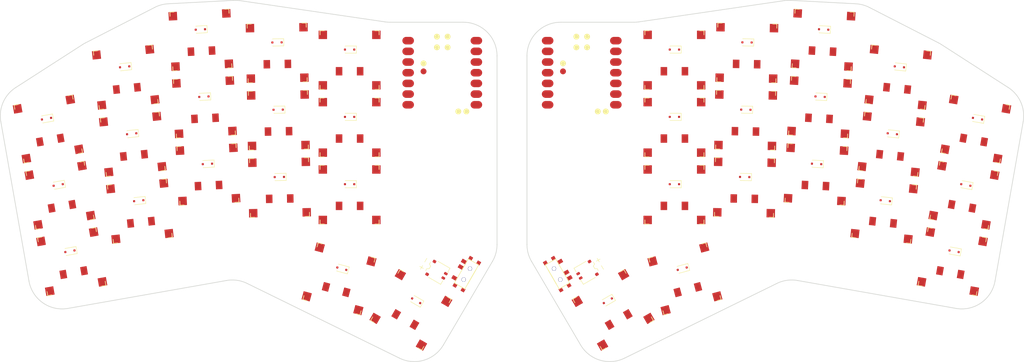
<source format=kicad_pcb>
(kicad_pcb (version 20241229) (generator "pcbnew") (generator_version "9.0")
  (title_block (title "splave-ferris_pg1316s_unrouted") (rev "v1.0.0") (company "Unknown"))
  (layers (0 "F.Cu" signal) (2 "B.Cu" signal) (13 "F.Paste" user) (15 "B.Paste" user) (5 "F.SilkS" user) (7 "B.SilkS" user) (1 "F.Mask" user) (3 "B.Mask" user) (25 "Edge.Cuts" user))
  (net 0 "")
  (net 1 "D5")
  (net 2 "pinky_bottom")
  (net 3 "pinky_home")
  (net 4 "pinky_top")
  (net 5 "D3")
  (net 6 "ring_bottom")
  (net 7 "ring_home")
  (net 8 "ring_top")
  (net 9 "D1")
  (net 10 "middle_bottom")
  (net 11 "middle_home")
  (net 12 "middle_top")
  (net 13 "D8")
  (net 14 "index_bottom")
  (net 15 "index_home")
  (net 16 "index_top")
  (net 17 "D10")
  (net 18 "inner_bottom")
  (net 19 "inner_home")
  (net 20 "inner_top")
  (net 21 "near_fan")
  (net 22 "far_fan")
  (net 23 "mirror_pinky_bottom")
  (net 24 "mirror_pinky_home")
  (net 25 "mirror_pinky_top")
  (net 26 "mirror_ring_bottom")
  (net 27 "mirror_ring_home")
  (net 28 "mirror_ring_top")
  (net 29 "D9")
  (net 30 "mirror_middle_bottom")
  (net 31 "mirror_middle_home")
  (net 32 "mirror_middle_top")
  (net 33 "D2")
  (net 34 "mirror_index_bottom")
  (net 35 "mirror_index_home")
  (net 36 "mirror_index_top")
  (net 37 "mirror_inner_bottom")
  (net 38 "mirror_inner_home")
  (net 39 "mirror_inner_top")
  (net 40 "mirror_near_fan")
  (net 41 "mirror_far_fan")
  (net 42 "D4")
  (net 43 "D0")
  (net 44 "D6")
  (net 45 "D7")
  (net 46 "RAW3V3")
  (net 47 "RAW5V")
  (net 48 "GND")
  (net 49 "BAT")
  (net 50 "BAT_P")
  (footprint "E73:SPDT_C128955" (layer "F.Cu") (at 200.357478 146.648871 -120)
    (property "Reference" "T1" (hide yes))
    (property "Value" "" (hide yes))
    (pad "" smd rect (at -3.7 -1.1 240) (size 0.9 0.9) (layers "F.Cu" "F.Mask" "F.Paste"))
    (pad "" smd rect (at -3.7 1.1 240) (size 0.9 0.9) (layers "F.Cu" "F.Mask" "F.Paste"))
    (pad "" np_thru_hole circle (at -1.5 0) (size 1 1) (drill 0.9) (layers "*.Cu" "*.Mask"))
    (pad "" np_thru_hole circle (at 1.5 0) (size 1 1) (drill 0.9) (layers "*.Cu" "*.Mask"))
    (pad "" smd rect (at 3.7 -1.1 240) (size 0.9 0.9) (layers "F.Cu" "F.Mask" "F.Paste"))
    (pad "" smd rect (at 3.7 1.1 240) (size 0.9 0.9) (layers "F.Cu" "F.Mask" "F.Paste"))
    (pad "1" smd rect (at 2.25 2.075 240) (size 0.9 1.25) (layers "F.Cu" "F.Mask" "F.Paste") (net 50 "BAT_P"))
    (pad "2" smd rect (at -0.75 2.075 240) (size 0.9 1.25) (layers "F.Cu" "F.Mask" "F.Paste") (net 49 "BAT"))
    (pad "3" smd rect (at -2.25 2.075 240) (size 0.9 1.25) (layers "F.Cu" "F.Mask" "F.Paste"))
  )
  (footprint "PG1316S" (layer "F.Cu") (at 302.770463 99.863749 -6)
    (property "Reference" "S23" (hide yes))
    (property "Value" "" (hide yes))
    (pad "1" smd rect (at -2.5 2.65 354) (size 1.55 2) (layers "F.Cu" "F.Mask" "F.Paste") (net 28 "mirror_ring_top"))
    (pad "2" smd rect (at 2.5 2.65 354) (size 1.55 2) (layers "F.Cu" "F.Mask" "F.Paste") (net 1 "D5"))
    (pad "MP" smd rect (at -6.35 -6 354) (size 2 2) (layers "F.Cu" "F.Mask" "F.Paste"))
    (pad "MP" smd rect (at -6.35 6 354) (size 2 2) (layers "F.Cu" "F.Mask" "F.Paste"))
    (pad "MP" smd rect (at 6.35 -6 354) (size 2 2) (layers "F.Cu" "F.Mask" "F.Paste"))
    (pad "MP" smd rect (at 6.35 6 354) (size 2 2) (layers "F.Cu" "F.Mask" "F.Paste"))
  )
  (footprint "PG1316S" (layer "F.Cu") (at 284.92513 90.993667 -3)
    (property "Reference" "S26" (hide yes))
    (property "Value" "" (hide yes))
    (pad "1" smd rect (at -2.5 2.65 357) (size 1.55 2) (layers "F.Cu" "F.Mask" "F.Paste") (net 32 "mirror_middle_top"))
    (pad "2" smd rect (at 2.5 2.65 357) (size 1.55 2) (layers "F.Cu" "F.Mask" "F.Paste") (net 29 "D9"))
    (pad "MP" smd rect (at -6.35 -6 357) (size 2 2) (layers "F.Cu" "F.Mask" "F.Paste"))
    (pad "MP" smd rect (at -6.35 6 357) (size 2 2) (layers "F.Cu" "F.Mask" "F.Paste"))
    (pad "MP" smd rect (at 6.35 -6 357) (size 2 2) (layers "F.Cu" "F.Mask" "F.Paste"))
    (pad "MP" smd rect (at 6.35 6 357) (size 2 2) (layers "F.Cu" "F.Mask" "F.Paste"))
  )
  (footprint "PG1316S" (layer "F.Cu") (at 249.631683 95.775072)
    (property "Reference" "S32" (hide yes))
    (property "Value" "" (hide yes))
    (pad "1" smd rect (at -2.5 2.65) (size 1.55 2) (layers "F.Cu" "F.Mask" "F.Paste") (net 39 "mirror_inner_top"))
    (pad "2" smd rect (at 2.5 2.65) (size 1.55 2) (layers "F.Cu" "F.Mask" "F.Paste") (net 9 "D1"))
    (pad "MP" smd rect (at -6.35 -6) (size 2 2) (layers "F.Cu" "F.Mask" "F.Paste"))
    (pad "MP" smd rect (at -6.35 6) (size 2 2) (layers "F.Cu" "F.Mask" "F.Paste"))
    (pad "MP" smd rect (at 6.35 -6) (size 2 2) (layers "F.Cu" "F.Mask" "F.Paste"))
    (pad "MP" smd rect (at 6.35 6) (size 2 2) (layers "F.Cu" "F.Mask" "F.Paste"))
  )
  (footprint "ceoloide:battery_connector_molex_pico_ezmate_1x02" (layer "F.Cu") (at 228.712768 146.121948 120)
    (property "Reference" "CONN2" (hide yes))
    (property "Value" "")
    (pad "" smd roundrect (at -1.749999 1.9 120) (size 0.7 0.8) (layers "F.Cu" "F.Mask" "F.Paste"))
    (pad "" smd roundrect (at 1.75 1.9 120) (size 0.7 0.8) (layers "F.Cu" "F.Mask" "F.Paste"))
    (pad "1" smd roundrect (at -0.6 -1.875 120) (size 0.6 0.85) (layers "F.Cu" "F.Mask" "F.Paste") (net 48 "GND"))
    (pad "2" smd roundrect (at 0.6 -1.875 120) (size 0.6 0.85) (layers "F.Cu" "F.Mask" "F.Paste") (net 50 "BAT_P"))
  )
  (footprint "PG1316S" (layer "F.Cu") (at 106.568329 143.677386 10)
    (property "Reference" "S1" (hide yes))
    (property "Value" "" (hide yes))
    (pad "1" smd rect (at -2.5 2.65 10) (size 1.55 2) (layers "F.Cu" "F.Mask" "F.Paste") (net 2 "pinky_bottom"))
    (pad "2" smd rect (at 2.5 2.65 10) (size 1.55 2) (layers "F.Cu" "F.Mask" "F.Paste") (net 1 "D5"))
    (pad "MP" smd rect (at -6.35 -6 10) (size 2 2) (layers "F.Cu" "F.Mask" "F.Paste"))
    (pad "MP" smd rect (at -6.35 6 10) (size 2 2) (layers "F.Cu" "F.Mask" "F.Paste"))
    (pad "MP" smd rect (at 6.35 -6 10) (size 2 2) (layers "F.Cu" "F.Mask" "F.Paste"))
    (pad "MP" smd rect (at 6.35 6 10) (size 2 2) (layers "F.Cu" "F.Mask" "F.Paste"))
  )
  (footprint "D_SOD-323F" (layer "F.Cu") (at 316.023379 141.215367 170)
    (property "Reference" "D18" (hide yes))
    (property "Value" "")
    (pad "1" smd roundrect (at -1.1 0 170) (size 0.5 0.5) (layers "F.Cu" "F.Mask" "F.Paste") (net 42 "D4"))
    (pad "2" smd roundrect (at 1.1 0 170) (size 0.5 0.5) (layers "F.Cu" "F.Mask" "F.Paste") (net 23 "mirror_pinky_bottom"))
  )
  (footprint "PG1316S" (layer "F.Cu") (at 235.078794 155.148227 30)
    (property "Reference" "S34" (hide yes))
    (property "Value" "" (hide yes))
    (pad "1" smd rect (at -2.5 2.649999 30) (size 1.55 2) (layers "F.Cu" "F.Mask" "F.Paste") (net 41 "mirror_far_fan"))
    (pad "2" smd rect (at 2.500001 2.65 30) (size 1.55 2) (layers "F.Cu" "F.Mask" "F.Paste") (net 9 "D1"))
    (pad "MP" smd rect (at -6.35 -5.999999 30) (size 2 2) (layers "F.Cu" "F.Mask" "F.Paste"))
    (pad "MP" smd rect (at -6.35 6 30) (size 2 2) (layers "F.Cu" "F.Mask" "F.Paste"))
    (pad "MP" smd rect (at 6.35 -6 30) (size 2 2) (layers "F.Cu" "F.Mask" "F.Paste"))
    (pad "MP" smd rect (at 6.35 5.999999 30) (size 2 2) (layers "F.Cu" "F.Mask" "F.Paste"))
  )
  (footprint "D_SOD-323F" (layer "F.Cu") (at 119.125803 97.377444 -174)
    (property "Reference" "D6" (hide yes))
    (property "Value" "")
    (pad "1" smd roundrect (at -1.1 0 186) (size 0.5 0.5) (layers "F.Cu" "F.Mask" "F.Paste") (net 43 "D0"))
    (pad "2" smd roundrect (at 1.1 0 186) (size 0.5 0.5) (layers "F.Cu" "F.Mask" "F.Paste") (net 8 "ring_top"))
  )
  (footprint "D_SOD-323F" (layer "F.Cu") (at 100.577467 109.701519 -170)
    (property "Reference" "D3" (hide yes))
    (property "Value" "")
    (pad "1" smd roundrect (at -1.1 0 190) (size 0.5 0.5) (layers "F.Cu" "F.Mask" "F.Paste") (net 43 "D0"))
    (pad "2" smd roundrect (at 1.1 0 190) (size 0.5 0.5) (layers "F.Cu" "F.Mask" "F.Paste") (net 4 "pinky_top"))
  )
  (footprint "D_SOD-323F" (layer "F.Cu") (at 301.359329 113.289794 174)
    (property "Reference" "D22" (hide yes))
    (property "Value" "")
    (pad "1" smd roundrect (at -1.1 0 174) (size 0.5 0.5) (layers "F.Cu" "F.Mask" "F.Paste") (net 13 "D8"))
    (pad "2" smd roundrect (at 1.1 0 174) (size 0.5 0.5) (layers "F.Cu" "F.Mask" "F.Paste") (net 27 "mirror_ring_home"))
  )
  (footprint "D_SOD-323F" (layer "F.Cu") (at 266.307691 123.565467 179)
    (property "Reference" "D27" (hide yes))
    (property "Value" "")
    (pad "1" smd roundrect (at -1.1 0 179) (size 0.5 0.5) (layers "F.Cu" "F.Mask" "F.Paste") (net 42 "D4"))
    (pad "2" smd roundrect (at 1.1 0 179) (size 0.5 0.5) (layers "F.Cu" "F.Mask" "F.Paste") (net 34 "mirror_index_bottom"))
  )
  (footprint "PG1316S" (layer "F.Cu") (at 266.543298 110.067523 -1)
    (property "Reference" "S28" (hide yes))
    (property "Value" "" (hide yes))
    (pad "1" smd rect (at -2.5 2.65 359) (size 1.55 2) (layers "F.Cu" "F.Mask" "F.Paste") (net 35 "mirror_index_home"))
    (pad "2" smd rect (at 2.5 2.65 359) (size 1.55 2) (layers "F.Cu" "F.Mask" "F.Paste") (net 33 "D2"))
    (pad "MP" smd rect (at -6.35 -6 359) (size 2 2) (layers "F.Cu" "F.Mask" "F.Paste"))
    (pad "MP" smd rect (at -6.35 6 359) (size 2 2) (layers "F.Cu" "F.Mask" "F.Paste"))
    (pad "MP" smd rect (at 6.35 -6 359) (size 2 2) (layers "F.Cu" "F.Mask" "F.Paste"))
    (pad "MP" smd rect (at 6.35 6 359) (size 2 2) (layers "F.Cu" "F.Mask" "F.Paste"))
  )
  (footprint "PG1316S" (layer "F.Cu") (at 155.893528 126.065086 1)
    (property "Reference" "S10" (hide yes))
    (property "Value" "" (hide yes))
    (pad "1" smd rect (at -2.5 2.65 1) (size 1.55 2) (layers "F.Cu" "F.Mask" "F.Paste") (net 14 "index_bottom"))
    (pad "2" smd rect (at 2.5 2.65 1) (size 1.55 2) (layers "F.Cu" "F.Mask" "F.Paste") (net 13 "D8"))
    (pad "MP" smd rect (at -6.35 -6 1) (size 2 2) (layers "F.Cu" "F.Mask" "F.Paste"))
    (pad "MP" smd rect (at -6.35 6 1) (size 2 2) (layers "F.Cu" "F.Mask" "F.Paste"))
    (pad "MP" smd rect (at 6.35 -6 1) (size 2 2) (layers "F.Cu" "F.Mask" "F.Paste"))
    (pad "MP" smd rect (at 6.35 6 1) (size 2 2) (layers "F.Cu" "F.Mask" "F.Paste"))
  )
  (footprint "D_SOD-323F" (layer "F.Cu") (at 138.776368 120.453238 -177)
    (property "Reference" "D7" (hide yes))
    (property "Value" "")
    (pad "1" smd roundrect (at -1.1 0 183) (size 0.5 0.5) (layers "F.Cu" "F.Mask" "F.Paste") (net 42 "D4"))
    (pad "2" smd roundrect (at 1.1 0 183) (size 0.5 0.5) (layers "F.Cu" "F.Mask" "F.Paste") (net 10 "middle_bottom"))
  )
  (footprint "xiao_smd" (layer "F.Cu") (at 194.525904 98.775072)
    (property "Reference" "MCU1" (hide yes))
    (property "Value" "")
    (pad "" smd circle (at -4.445 -2.222 180) (size 1.397 1.397) (layers "F.SilkS"))
    (pad "" smd circle (at -1.27 -8.572 90) (size 1.397 1.397) (layers "F.SilkS"))
    (pad "" smd circle (at -1.27 -6.032 90) (size 1.397 1.397) (layers "F.SilkS"))
    (pad "" smd circle (at 1.27 -8.572 90) (size 1.397 1.397) (layers "F.SilkS"))
    (pad "" smd circle (at 1.27 -6.032 90) (size 1.397 1.397) (layers "F.SilkS"))
    (pad "" smd circle (at 3.81 9.208 180) (size 1.397 1.397) (layers "F.SilkS"))
    (pad "" smd circle (at 5.715 9.208 180) (size 1.397 1.397) (layers "F.SilkS"))
    (pad "1" smd oval (at -7.62 -7.62 180) (size 2.75 1.8) (drill (offset 0.475 0)) (layers "F.Cu" "F.Mask" "F.Paste") (net 43 "D0"))
    (pad "2" smd oval (at -7.62 -5.08 180) (size 2.75 1.8) (drill (offset 0.475 0)) (layers "F.Cu" "F.Mask" "F.Paste") (net 9 "D1"))
    (pad "3" smd oval (at -7.62 -2.54 180) (size 2.75 1.8) (drill (offset 0.475 0)) (layers "F.Cu" "F.Mask" "F.Paste") (net 33 "D2"))
    (pad "4" smd oval (at -7.62 0 180) (size 2.75 1.8) (drill (offset 0.475 0)) (layers "F.Cu" "F.Mask" "F.Paste") (net 5 "D3"))
    (pad "5" smd oval (at -7.62 2.54 180) (size 2.75 1.8) (drill (offset 0.475 0)) (layers "F.Cu" "F.Mask" "F.Paste") (net 42 "D4"))
    (pad "6" smd oval (at -7.62 5.08 180) (size 2.75 1.8) (drill (offset 0.475 0)) (layers "F.Cu" "F.Mask" "F.Paste") (net 1 "D5"))
    (pad "7" smd oval (at -7.62 7.62 180) (size 2.75 1.8) (drill (offset 0.475 0)) (layers "F.Cu" "F.Mask" "F.Paste") (net 44 "D6"))
    (pad "8" smd oval (at 7.62 7.62) (size 2.75 1.8) (drill (offset 0.475 0)) (layers "F.Cu" "F.Mask" "F.Paste") (net 45 "D7"))
    (pad "9" smd oval (at 7.62 5.08) (size 2.75 1.8) (drill (offset 0.475 0)) (layers "F.Cu" "F.Mask" "F.Paste") (net 13 "D8"))
    (pad "10" smd oval (at 7.62 2.54) (size 2.75 1.8) (drill (offset 0.475 0)) (layers "F.Cu" "F.Mask" "F.Paste") (net 29 "D9"))
    (pad "11" smd oval (at 7.62 0) (size 2.75 1.8) (drill (offset 0.475 0)) (layers "F.Cu" "F.Mask" "F.Paste") (net 17 "D10"))
    (pad "12" smd oval (at 7.62 -2.54) (size 2.75 1.8) (drill (offset 0.475 0)) (layers "F.Cu" "F.Mask" "F.Paste") (net 46 "RAW3V3"))
    (pad "13" smd oval (at 7.62 -5.08) (size 2.75 1.8) (drill (offset 0.475 0)) (layers "F.Cu" "F.Mask" "F.Paste") (net 48 "GND"))
    (pad "14" smd oval (at 7.62 -7.62) (size 2.75 1.8) (drill (offset 0.475 0)) (layers "F.Cu" "F.Mask" "F.Paste") (net 47 "RAW5V"))
    (pad "19" smd circle (at -4.445 -0.317 180) (size 1.397 1.397) (layers "F.Cu" "F.Mask" "F.Paste") (net 49 "BAT"))
  )
  (footprint "PG1316S" (layer "F.Cu") (at 301.098008 115.776099 -6)
    (property "Reference" "S22" (hide yes))
    (property "Value" "" (hide yes))
    (pad "1" smd rect (at -2.5 2.65 354) (size 1.55 2) (layers "F.Cu" "F.Mask" "F.Paste") (net 27 "mirror_ring_home"))
    (pad "2" smd rect (at 2.5 2.65 354) (size 1.55 2) (layers "F.Cu" "F.Mask" "F.Paste") (net 1 "D5"))
    (pad "MP" smd rect (at -6.35 -6 354) (size 2 2) (layers "F.Cu" "F.Mask" "F.Paste"))
    (pad "MP" smd rect (at -6.35 6 354) (size 2 2) (layers "F.Cu" "F.Mask" "F.Paste"))
    (pad "MP" smd rect (at 6.35 -6 354) (size 2 2) (layers "F.Cu" "F.Mask" "F.Paste"))
    (pad "MP" smd rect (at 6.35 6 354) (size 2 2) (layers "F.Cu" "F.Mask" "F.Paste"))
  )
  (footprint "D_SOD-323F" (layer "F.Cu") (at 299.686874 129.202145 174)
    (property "Reference" "D21" (hide yes))
    (property "Value" "")
    (pad "1" smd roundrect (at -1.1 0 174) (size 0.5 0.5) (layers "F.Cu" "F.Mask" "F.Paste") (net 42 "D4"))
    (pad "2" smd roundrect (at 1.1 0 174) (size 0.5 0.5) (layers "F.Cu" "F.Mask" "F.Paste") (net 26 "mirror_ring_bottom"))
  )
  (footprint "ceoloide:battery_connector_molex_pico_ezmate_1x02" (layer "F.Cu") (at 193.444819 146.121948 -120)
    (property "Reference" "CONN1" (hide yes))
    (property "Value" "")
    (pad "" smd roundrect (at -1.75 1.9 240) (size 0.7 0.8) (layers "F.Cu" "F.Mask" "F.Paste"))
    (pad "" smd roundrect (at 1.749999 1.9 240) (size 0.7 0.8) (layers "F.Cu" "F.Mask" "F.Paste"))
    (pad "1" smd roundrect (at -0.6 -1.875 240) (size 0.6 0.85) (layers "F.Cu" "F.Mask" "F.Paste") (net 48 "GND"))
    (pad "2" smd roundrect (at 0.6 -1.875 240) (size 0.6 0.85) (layers "F.Cu" "F.Mask" "F.Paste") (net 50 "BAT_P"))
  )
  (footprint "PG1316S" (layer "F.Cu") (at 266.822537 94.06996 -1)
    (property "Reference" "S29" (hide yes))
    (property "Value" "" (hide yes))
    (pad "1" smd rect (at -2.5 2.65 359) (size 1.55 2) (layers "F.Cu" "F.Mask" "F.Paste") (net 36 "mirror_index_top"))
    (pad "2" smd rect (at 2.5 2.65 359) (size 1.55 2) (layers "F.Cu" "F.Mask" "F.Paste") (net 33 "D2"))
    (pad "MP" smd rect (at -6.35 -6 359) (size 2 2) (layers "F.Cu" "F.Mask" "F.Paste"))
    (pad "MP" smd rect (at -6.35 6 359) (size 2 2) (layers "F.Cu" "F.Mask" "F.Paste"))
    (pad "MP" smd rect (at 6.35 -6 359) (size 2 2) (layers "F.Cu" "F.Mask" "F.Paste"))
    (pad "MP" smd rect (at 6.35 6 359) (size 2 2) (layers "F.Cu" "F.Mask" "F.Paste"))
  )
  (footprint "D_SOD-323F" (layer "F.Cu") (at 249.631683 109.275072 180)
    (property "Reference" "D31" (hide yes))
    (property "Value" "")
    (pad "1" smd roundrect (at -1.1 0 180) (size 0.5 0.5) (layers "F.Cu" "F.Mask" "F.Paste") (net 13 "D8"))
    (pad "2" smd roundrect (at 1.1 0 180) (size 0.5 0.5) (layers "F.Cu" "F.Mask" "F.Paste") (net 38 "mirror_inner_home"))
  )
  (footprint "PG1316S" (layer "F.Cu") (at 172.525904 111.775072)
    (property "Reference" "S14" (hide yes))
    (property "Value" "" (hide yes))
    (pad "1" smd rect (at -2.5 2.65) (size 1.55 2) (layers "F.Cu" "F.Mask" "F.Paste") (net 19 "inner_home"))
    (pad "2" smd rect (at 2.5 2.65) (size 1.55 2) (layers "F.Cu" "F.Mask" "F.Paste") (net 17 "D10"))
    (pad "MP" smd rect (at -6.35 -6) (size 2 2) (layers "F.Cu" "F.Mask" "F.Paste"))
    (pad "MP" smd rect (at -6.35 6) (size 2 2) (layers "F.Cu" "F.Mask" "F.Paste"))
    (pad "MP" smd rect (at 6.35 -6) (size 2 2) (layers "F.Cu" "F.Mask" "F.Paste"))
    (pad "MP" smd rect (at 6.35 6) (size 2 2) (layers "F.Cu" "F.Mask" "F.Paste"))
  )
  (footprint "PG1316S" (layer "F.Cu") (at 187.078794 155.148227 -30)
    (property "Reference" "S17" (hide yes))
    (property "Value" "" (hide yes))
    (pad "1" smd rect (at -2.500001 2.65 330) (size 1.55 2) (layers "F.Cu" "F.Mask" "F.Paste") (net 22 "far_fan"))
    (pad "2" smd rect (at 2.5 2.649999 330) (size 1.55 2) (layers "F.Cu" "F.Mask" "F.Paste") (net 17 "D10"))
    (pad "MP" smd rect (at -6.35 -6 330) (size 2 2) (layers "F.Cu" "F.Mask" "F.Paste"))
    (pad "MP" smd rect (at -6.35 5.999999 330) (size 2 2) (layers "F.Cu" "F.Mask" "F.Paste"))
    (pad "MP" smd rect (at 6.35 -5.999999 330) (size 2 2) (layers "F.Cu" "F.Mask" "F.Paste"))
    (pad "MP" smd rect (at 6.35 6 330) (size 2 2) (layers "F.Cu" "F.Mask" "F.Paste"))
  )
  (footprint "PG1316S" (layer "F.Cu") (at 155.335051 94.06996 1)
    (property "Reference" "S12" (hide yes))
    (property "Value" "" (hide yes))
    (pad "1" smd rect (at -2.5 2.65 1) (size 1.55 2) (layers "F.Cu" "F.Mask" "F.Paste") (net 16 "index_top"))
    (pad "2" smd rect (at 2.5 2.65 1) (size 1.55 2) (layers "F.Cu" "F.Mask" "F.Paste") (net 13 "D8"))
    (pad "MP" smd rect (at -6.35 -6 1) (size 2 2) (layers "F.Cu" "F.Mask" "F.Paste"))
    (pad "MP" smd rect (at -6.35 6 1) (size 2 2) (layers "F.Cu" "F.Mask" "F.Paste"))
    (pad "MP" smd rect (at 6.35 -6 1) (size 2 2) (layers "F.Cu" "F.Mask" "F.Paste"))
    (pad "MP" smd rect (at 6.35 6 1) (size 2 2) (layers "F.Cu" "F.Mask" "F.Paste"))
  )
  (footprint "PG1316S" (layer "F.Cu") (at 249.631683 127.775072)
    (property "Reference" "S30" (hide yes))
    (property "Value" "" (hide yes))
    (pad "1" smd rect (at -2.5 2.65) (size 1.55 2) (layers "F.Cu" "F.Mask" "F.Paste") (net 37 "mirror_inner_bottom"))
    (pad "2" smd rect (at 2.5 2.65) (size 1.55 2) (layers "F.Cu" "F.Mask" "F.Paste") (net 9 "D1"))
    (pad "MP" smd rect (at -6.35 -6) (size 2 2) (layers "F.Cu" "F.Mask" "F.Paste"))
    (pad "MP" smd rect (at -6.35 6) (size 2 2) (layers "F.Cu" "F.Mask" "F.Paste"))
    (pad "MP" smd rect (at 6.35 -6) (size 2 2) (layers "F.Cu" "F.Mask" "F.Paste"))
    (pad "MP" smd rect (at 6.35 6) (size 2 2) (layers "F.Cu" "F.Mask" "F.Paste"))
  )
  (footprint "D_SOD-323F" (layer "F.Cu") (at 188.328794 152.983164 150)
    (property "Reference" "D17" (hide yes))
    (property "Value" "")
    (pad "1" smd roundrect (at -1.1 0 150) (size 0.5 0.5) (layers "F.Cu" "F.Mask" "F.Paste") (net 29 "D9"))
    (pad "2" smd roundrect (at 1.1 0 150) (size 0.5 0.5) (layers "F.Cu" "F.Mask" "F.Paste") (net 22 "far_fan"))
  )
  (footprint "D_SOD-323F" (layer "F.Cu") (at 249.631683 125.275072 180)
    (property "Reference" "D30" (hide yes))
    (property "Value" "")
    (pad "1" smd roundrect (at -1.1 0 180) (size 0.5 0.5) (layers "F.Cu" "F.Mask" "F.Paste") (net 42 "D4"))
    (pad "2" smd roundrect (at 1.1 0 180) (size 0.5 0.5) (layers "F.Cu" "F.Mask" "F.Paste") (net 37 "mirror_inner_bottom"))
  )
  (footprint "PG1316S" (layer "F.Cu") (at 138.907208 122.949812 3)
    (property "Reference" "S7" (hide yes))
    (property "Value" "" (hide yes))
    (pad "1" smd rect (at -2.5 2.65 3) (size 1.55 2) (layers "F.Cu" "F.Mask" "F.Paste") (net 10 "middle_bottom"))
    (pad "2" smd rect (at 2.5 2.65 3) (size 1.55 2) (layers "F.Cu" "F.Mask" "F.Paste") (net 9 "D1"))
    (pad "MP" smd rect (at -6.35 -6 3) (size 2 2) (layers "F.Cu" "F.Mask" "F.Paste"))
    (pad "MP" smd rect (at -6.35 6 3) (size 2 2) (layers "F.Cu" "F.Mask" "F.Paste"))
    (pad "MP" smd rect (at 6.35 -6 3) (size 2 2) (layers "F.Cu" "F.Mask" "F.Paste"))
    (pad "MP" smd rect (at 6.35 6 3) (size 2 2) (layers "F.Cu" "F.Mask" "F.Paste"))
  )
  (footprint "D_SOD-323F" (layer "F.Cu") (at 251.484635 145.360257 -165)
    (property "Reference" "D33" (hide yes))
    (property "Value" "")
    (pad "1" smd roundrect (at -1.1 0 195) (size 0.5 0.5) (layers "F.Cu" "F.Mask" "F.Paste") (net 43 "D0"))
    (pad "2" smd roundrect (at 1.1 0 195) (size 0.5 0.5) (layers "F.Cu" "F.Mask" "F.Paste") (net 40 "mirror_near_fan"))
  )
  (footprint "D_SOD-323F" (layer "F.Cu") (at 155.849897 123.565467 -179)
    (property "Reference" "D10" (hide yes))
    (property "Value" "")
    (pad "1" smd roundrect (at -1.1 0 181) (size 0.5 0.5) (layers "F.Cu" "F.Mask" "F.Paste") (net 42 "D4"))
    (pad "2" smd roundrect (at 1.1 0 181) (size 0.5 0.5) (layers "F.Cu" "F.Mask" "F.Paste") (net 14 "index_bottom"))
  )
  (footprint "D_SOD-323F" (layer "F.Cu") (at 106.134208 141.215367 -170)
    (property "Reference" "D1" (hide yes))
    (property "Value" "")
    (pad "1" smd roundrect (at -1.1 0 190) (size 0.5 0.5) (layers "F.Cu" "F.Mask" "F.Paste") (net 42 "D4"))
    (pad "2" smd roundrect (at 1.1 0 190) (size 0.5 0.5) (layers "F.Cu" "F.Mask" "F.Paste") (net 2 "pinky_bottom"))
  )
  (footprint "D_SOD-323F" (layer "F.Cu") (at 170.672952 145.360257 165)
    (property "Reference" "D16" (hide yes))
    (property "Value" "")
    (pad "1" smd roundrect (at -1.1 0 165) (size 0.5 0.5) (layers "F.Cu" "F.Mask" "F.Paste") (net 29 "D9"))
    (pad "2" smd roundrect (at 1.1 0 165) (size 0.5 0.5) (layers "F.Cu" "F.Mask" "F.Paste") (net 21 "near_fan"))
  )
  (footprint "D_SOD-323F" (layer "F.Cu") (at 172.525904 125.275072 180)
    (property "Reference" "D13" (hide yes))
    (property "Value" "")
    (pad "1" smd roundrect (at -1.1 0 180) (size 0.5 0.5) (layers "F.Cu" "F.Mask" "F.Paste") (net 42 "D4"))
    (pad "2" smd roundrect (at 1.1 0 180) (size 0.5 0.5) (layers "F.Cu" "F.Mask" "F.Paste") (net 18 "inner_bottom"))
  )
  (footprint "PG1316S" (layer "F.Cu") (at 249.631683 111.775072)
    (property "Reference" "S31" (hide yes))
    (property "Value" "" (hide yes))
    (pad "1" smd rect (at -2.5 2.65) (size 1.55 2) (layers "F.Cu" "F.Mask" "F.Paste") (net 38 "mirror_inner_home"))
    (pad "2" smd rect (at 2.5 2.65) (size 1.55 2) (layers "F.Cu" "F.Mask" "F.Paste") (net 9 "D1"))
    (pad "MP" smd rect (at -6.35 -6) (size 2 2) (layers "F.Cu" "F.Mask" "F.Paste"))
    (pad "MP" smd rect (at -6.35 6) (size 2 2) (layers "F.Cu" "F.Mask" "F.Paste"))
    (pad "MP" smd rect (at 6.35 -6) (size 2 2) (layers "F.Cu" "F.Mask" "F.Paste"))
    (pad "MP" smd rect (at 6.35 6) (size 2 2) (layers "F.Cu" "F.Mask" "F.Paste"))
  )
  (footprint "D_SOD-323F" (layer "F.Cu") (at 266.866168 91.570341 179)
    (property "Reference" "D29" (hide yes))
    (property "Value" "")
    (pad "1" smd roundrect (at -1.1 0 179) (size 0.5 0.5) (layers "F.Cu" "F.Mask" "F.Paste") (net 17 "D10"))
    (pad "2" smd roundrect (at 1.1 0 179) (size 0.5 0.5) (layers "F.Cu" "F.Mask" "F.Paste") (net 36 "mirror_index_top"))
  )
  (footprint "PG1316S" (layer "F.Cu") (at 121.059579 115.776099 6)
    (property "Reference" "S5" (hide yes))
    (property "Value" "" (hide yes))
    (pad "1" smd rect (at -2.5 2.65 6) (size 1.55 2) (layers "F.Cu" "F.Mask" "F.Paste") (net 7 "ring_home"))
    (pad "2" smd rect (at 2.5 2.65 6) (size 1.55 2) (layers "F.Cu" "F.Mask" "F.Paste") (net 5 "D3"))
    (pad "MP" smd rect (at -6.35 -6 6) (size 2 2) (layers "F.Cu" "F.Mask" "F.Paste"))
    (pad "MP" smd rect (at -6.35 6 6) (size 2 2) (layers "F.Cu" "F.Mask" "F.Paste"))
    (pad "MP" smd rect (at 6.35 -6 6) (size 2 2) (layers "F.Cu" "F.Mask" "F.Paste"))
    (pad "MP" smd rect (at 6.35 6 6) (size 2 2) (layers "F.Cu" "F.Mask" "F.Paste"))
  )
  (footprint "PG1316S" (layer "F.Cu") (at 283.25038 122.949812 -3)
    (property "Reference" "S24" (hide yes))
    (property "Value" "" (hide yes))
    (pad "1" smd rect (at -2.5 2.65 357) (size 1.55 2) (layers "F.Cu" "F.Mask" "F.Paste") (net 30 "mirror_middle_bottom"))
    (pad "2" smd rect (at 2.5 2.65 357) (size 1.55 2) (layers "F.Cu" "F.Mask" "F.Paste") (net 29 "D9"))
    (pad "MP" smd rect (at -6.35 -6 357) (size 2 2) (layers "F.Cu" "F.Mask" "F.Paste"))
    (pad "MP" smd rect (at -6.35 6 357) (size 2 2) (layers "F.Cu" "F.Mask" "F.Paste"))
    (pad "MP" smd rect (at 6.35 -6 357) (size 2 2) (layers "F.Cu" "F.Mask" "F.Paste"))
    (pad "MP" smd rect (at 6.35 6 357) (size 2 2) (layers "F.Cu" "F.Mask" "F.Paste"))
  )
  (footprint "D_SOD-323F" (layer "F.Cu") (at 321.580121 109.701519 170)
    (property "Reference" "D20" (hide yes))
    (property "Value" "")
    (pad "1" smd roundrect (at -1.1 0 170) (size 0.5 0.5) (layers "F.Cu" "F.Mask" "F.Paste") (net 17 "D10"))
    (pad "2" smd roundrect (at 1.1 0 170) (size 0.5 0.5) (layers "F.Cu" "F.Mask" "F.Paste") (net 25 "mirror_pinky_top"))
  )
  (footprint "PG1316S" (layer "F.Cu") (at 315.589259 143.677386 -10)
    (property "Reference" "S18" (hide yes))
    (property "Value" "" (hide yes))
    (pad "1" smd rect (at -2.5 2.65 350) (size 1.55 2) (layers "F.Cu" "F.Mask" "F.Paste") (net 23 "mirror_pinky_bottom"))
    (pad "2" smd rect (at 2.5 2.65 350) (size 1.55 2) (layers "F.Cu" "F.Mask" "F.Paste") (net 5 "D3"))
    (pad "MP" smd rect (at -6.35 -6 350) (size 2 2) (layers "F.Cu" "F.Mask" "F.Paste"))
    (pad "MP" smd rect (at -6.35 6 350) (size 2 2) (layers "F.Cu" "F.Mask" "F.Paste"))
    (pad "MP" smd rect (at 6.35 -6 350) (size 2 2) (layers "F.Cu" "F.Mask" "F.Paste"))
    (pad "MP" smd rect (at 6.35 6 350) (size 2 2) (layers "F.Cu" "F.Mask" "F.Paste"))
  )
  (footprint "D_SOD-323F" (layer "F.Cu") (at 249.631683 93.275072 180)
    (property "Reference" "D32" (hide yes))
    (property "Value" "")
    (pad "1" smd roundrect (at -1.1 0 180) (size 0.5 0.5) (layers "F.Cu" "F.Mask" "F.Paste") (net 17 "D10"))
    (pad "2" smd roundrect (at 1.1 0 180) (size 0.5 0.5) (layers "F.Cu" "F.Mask" "F.Paste") (net 39 "mirror_inner_top"))
  )
  (footprint "PG1316S" (layer "F.Cu") (at 155.614289 110.067523 1)
    (property "Reference" "S11" (hide yes))
    (property "Value" "" (hide yes))
    (pad "1" smd rect (at -2.5 2.65 1) (size 1.55 2) (layers "F.Cu" "F.Mask" "F.Paste") (net 15 "index_home"))
    (pad "2" smd rect (at 2.5 2.65 1) (size 1.55 2) (layers "F.Cu" "F.Mask" "F.Paste") (net 13 "D8"))
    (pad "MP" smd rect (at -6.35 -6 1) (size 2 2) (layers "F.Cu" "F.Mask" "F.Paste"))
    (pad "MP" smd rect (at -6.35 6 1) (size 2 2) (layers "F.Cu" "F.Mask" "F.Paste"))
    (pad "MP" smd rect (at 6.35 -6 1) (size 2 2) (layers "F.Cu" "F.Mask" "F.Paste"))
    (pad "MP" smd rect (at 6.35 6 1) (size 2 2) (layers "F.Cu" "F.Mask" "F.Paste"))
  )
  (footprint "xiao_smd" (layer "F.Cu") (at 227.631683 98.775072)
    (property "Reference" "MCU2" (hide yes))
    (property "Value" "")
    (pad "" smd circle (at -4.445 -2.222 180) (size 1.397 1.397) (layers "F.SilkS"))
    (pad "" smd circle (at -1.27 -8.572 90) (size 1.397 1.397) (layers "F.SilkS"))
    (pad "" smd circle (at -1.27 -6.032 90) (size 1.397 1.397) (layers "F.SilkS"))
    (pad "" smd circle (at 1.27 -8.572 90) (size 1.397 1.397) (layers "F.SilkS"))
    (pad "" smd circle (at 1.27 -6.032 90) (size 1.397 1.397) (layers "F.SilkS"))
    (pad "" smd circle (at 3.81 9.208 180) (size 1.397 1.397) (layers "F.SilkS"))
    (pad "" smd circle (at 5.715 9.208 180) (size 1.397 1.397) (layers "F.SilkS"))
    (pad "1" smd oval (at -7.62 -7.62 180) (size 2.75 1.8) (drill (offset 0.475 0)) (layers "F.Cu" "F.Mask" "F.Paste") (net 43 "D0"))
    (pad "2" smd oval (at -7.62 -5.08 180) (size 2.75 1.8) (drill (offset 0.475 0)) (layers "F.Cu" "F.Mask" "F.Paste") (net 9 "D1"))
    (pad "3" smd oval (at -7.62 -2.54 180) (size 2.75 1.8) (drill (offset 0.475 0)) (layers "F.Cu" "F.Mask" "F.Paste") (net 33 "D2"))
    (pad "4" smd oval (at -7.62 0 180) (size 2.75 1.8) (drill (offset 0.475 0)) (layers "F.Cu" "F.Mask" "F.Paste") (net 5 "D3"))
    (pad "5" smd oval (at -7.62 2.54 180) (size 2.75 1.8) (drill (offset 0.475 0)) (layers "F.Cu" "F.Mask" "F.Paste") (net 42 "D4"))
    (pad "6" smd oval (at -7.62 5.08 180) (size 2.75 1.8) (drill (offset 0.475 0)) (layers "F.Cu" "F.Mask" "F.Paste") (net 1 "D5"))
    (pad "7" smd oval (at -7.62 7.62 180) (size 2.75 1.8) (drill (offset 0.475 0)) (layers "F.Cu" "F.Mask" "F.Paste") (net 44 "D6"))
    (pad "8" smd oval (at 7.62 7.62) (size 2.75 1.8) (drill (offset 0.475 0)) (layers "F.Cu" "F.Mask" "F.Paste") (net 45 "D7"))
    (pad "9" smd oval (at 7.62 5.08) (size 2.75 1.8) (drill (offset 0.475 0)) (layers "F.Cu" "F.Mask" "F.Paste") (net 13 "D8"))
    (pad "10" smd oval (at 7.62 2.54) (size 2.75 1.8) (drill (offset 0.475 0)) (layers "F.Cu" "F.Mask" "F.Paste") (net 29 "D9"))
    (pad "11" smd oval (at 7.62 0) (size 2.75 1.8) (drill (offset 0.475 0)) (layers "F.Cu" "F.Mask" "F.Paste") (net 17 "D10"))
    (pad "12" smd oval (at 7.62 -2.54) (size 2.75 1.8) (drill (offset 0.475 0)) (layers "F.Cu" "F.Mask" "F.Paste") (net 46 "RAW3V3"))
    (pad "13" smd oval (at 7.62 -5.08) (size 2.75 1.8) (drill (offset 0.475 0)) (layers "F.Cu" "F.Mask" "F.Paste") (net 48 "GND"))
    (pad "14" smd oval (at 7.62 -7.62) (size 2.75 1.8) (drill (offset 0.475 0)) (layers "F.Cu" "F.Mask" "F.Paste") (net 47 "RAW5V"))
    (pad "19" smd circle (at -4.445 -0.317 180) (size 1.397 1.397) (layers "F.Cu" "F.Mask" "F.Paste") (net 49 "BAT"))
  )
  (footprint "PG1316S" (layer "F.Cu") (at 266.26406 126.065086 -1)
    (property "Reference" "S27" (hide yes))
    (property "Value" "" (hide yes))
    (pad "1" smd rect (at -2.5 2.65 359) (size 1.55 2) (layers "F.Cu" "F.Mask" "F.Paste") (net 34 "mirror_index_bottom"))
    (pad "2" smd rect (at 2.5 2.65 359) (size 1.55 2) (layers "F.Cu" "F.Mask" "F.Paste") (net 33 "D2"))
    (pad "MP" smd rect (at -6.35 -6 359) (size 2 2) (layers "F.Cu" "F.Mask" "F.Paste"))
    (pad "MP" smd rect (at -6.35 6 359) (size 2 2) (layers "F.Cu" "F.Mask" "F.Paste"))
    (pad "MP" smd rect (at 6.35 -6 359) (size 2 2) (layers "F.Cu" "F.Mask" "F.Paste"))
    (pad "MP" smd rect (at 6.35 6 359) (size 2 2) (layers "F.Cu" "F.Mask" "F.Paste"))
  )
  (footprint "D_SOD-323F" (layer "F.Cu") (at 137.101617 88.497093 -177)
    (property "Reference" "D9" (hide yes))
    (property "Value" "")
    (pad "1" smd roundrect (at -1.1 0 183) (size 0.5 0.5) (layers "F.Cu" "F.Mask" "F.Paste") (net 43 "D0"))
    (pad "2" smd roundrect (at 1.1 0 183) (size 0.5 0.5) (layers "F.Cu" "F.Mask" "F.Paste") (net 12 "middle_top"))
  )
  (footprint "PG1316S" (layer "F.Cu") (at 119.387124 99.863749 6)
    (property "Reference" "S6" (hide yes))
    (property "Value" "" (hide yes))
    (pad "1" smd rect (at -2.5 2.65 6) (size 1.55 2) (layers "F.Cu" "F.Mask" "F.Paste") (net 8 "ring_top"))
    (pad "2" smd rect (at 2.5 2.65 6) (size 1.55 2) (layers "F.Cu" "F.Mask" "F.Paste") (net 5 "D3"))
    (pad "MP" smd rect (at -6.35 -6 6) (size 2 2) (layers "F.Cu" "F.Mask" "F.Paste"))
    (pad "MP" smd rect (at -6.35 6 6) (size 2 2) (layers "F.Cu" "F.Mask" "F.Paste"))
    (pad "MP" smd rect (at 6.35 -6 6) (size 2 2) (layers "F.Cu" "F.Mask" "F.Paste"))
    (pad "MP" smd rect (at 6.35 6 6) (size 2 2) (layers "F.Cu" "F.Mask" "F.Paste"))
  )
  (footprint "D_SOD-323F" (layer "F.Cu") (at 318.80175 125.458443 170)
    (property "Reference" "D19" (hide yes))
    (property "Value" "")
    (pad "1" smd roundrect (at -1.1 0 170) (size 0.5 0.5) (layers "F.Cu" "F.Mask" "F.Paste") (net 13 "D8"))
    (pad "2" smd roundrect (at 1.1 0 170) (size 0.5 0.5) (layers "F.Cu" "F.Mask" "F.Paste") (net 24 "mirror_pinky_home"))
  )
  (footprint "PG1316S" (layer "F.Cu") (at 284.087755 106.97174 -3)
    (property "Reference" "S25" (hide yes))
    (property "Value" "" (hide yes))
    (pad "1" smd rect (at -2.5 2.65 357) (size 1.55 2) (layers "F.Cu" "F.Mask" "F.Paste") (net 31 "mirror_middle_home"))
    (pad "2" smd rect (at 2.5 2.65 357) (size 1.55 2) (layers "F.Cu" "F.Mask" "F.Paste") (net 29 "D9"))
    (pad "MP" smd rect (at -6.35 -6 357) (size 2 2) (layers "F.Cu" "F.Mask" "F.Paste"))
    (pad "MP" smd rect (at -6.35 6 357) (size 2 2) (layers "F.Cu" "F.Mask" "F.Paste"))
    (pad "MP" smd rect (at 6.35 -6 357) (size 2 2) (layers "F.Cu" "F.Mask" "F.Paste"))
    (pad "MP" smd rect (at 6.35 6 357) (size 2 2) (layers "F.Cu" "F.Mask" "F.Paste"))
  )
  (footprint "D_SOD-323F" (layer "F.Cu") (at 233.828794 152.983164 -150)
    (property "Reference" "D34" (hide yes))
    (property "Value" "")
    (pad "1" smd roundrect (at -1.1 0 210) (size 0.5 0.5) (layers "F.Cu" "F.Mask" "F.Paste") (net 43 "D0"))
    (pad "2" smd roundrect (at 1.1 0 210) (size 0.5 0.5) (layers "F.Cu" "F.Mask" "F.Paste") (net 41 "mirror_far_fan"))
  )
  (footprint "D_SOD-323F" (layer "F.Cu") (at 172.525904 109.275072 180)
    (property "Reference" "D14" (hide yes))
    (property "Value" "")
    (pad "1" smd roundrect (at -1.1 0 180) (size 0.5 0.5) (layers "F.Cu" "F.Mask" "F.Paste") (net 33 "D2"))
    (pad "2" smd roundrect (at 1.1 0 180) (size 0.5 0.5) (layers "F.Cu" "F.Mask" "F.Paste") (net 19 "inner_home"))
  )
  (footprint "D_SOD-323F" (layer "F.Cu") (at 155.570658 107.567904 -179)
    (property "Reference" "D11" (hide yes))
    (property "Value" "")
    (pad "1" smd roundrect (at -1.1 0 181) (size 0.5 0.5) (layers "F.Cu" "F.Mask" "F.Paste") (net 33 "D2"))
    (pad "2" smd roundrect (at 1.1 0 181) (size 0.5 0.5) (layers "F.Cu" "F.Mask" "F.Paste") (net 15 "index_home"))
  )
  (footprint "D_SOD-323F" (layer "F.Cu") (at 103.355837 125.458443 -170)
    (property "Reference" "D2" (hide yes))
    (property "Value" "")
    (pad "1" smd roundrect (at -1.1 0 190) (size 0.5 0.5) (layers "F.Cu" "F.Mask" "F.Paste") (net 33 "D2"))
    (pad "2" smd roundrect (at 1.1 0 190) (size 0.5 0.5) (layers "F.Cu" "F.Mask" "F.Paste") (net 3 "pinky_home"))
  )
  (footprint "D_SOD-323F" (layer "F.Cu") (at 137.938992 104.475166 -177)
    (property "Reference" "D8" (hide yes))
    (property "Value" "")
    (pad "1" smd roundrect (at -1.1 0 183) (size 0.5 0.5) (layers "F.Cu" "F.Mask" "F.Paste") (net 33 "D2"))
    (pad "2" smd roundrect (at 1.1 0 183) (size 0.5 0.5) (layers "F.Cu" "F.Mask" "F.Paste") (net 11 "middle_home"))
  )
  (footprint "D_SOD-323F" (layer "F.Cu") (at 172.525904 93.275072 180)
    (property "Reference" "D15" (hide yes))
    (property "Value" "")
    (pad "1" smd roundrect (at -1.1 0 180) (size 0.5 0.5) (layers "F.Cu" "F.Mask" "F.Paste") (net 43 "D0"))
    (pad "2" smd roundrect (at 1.1 0 180) (size 0.5 0.5) (layers "F.Cu" "F.Mask" "F.Paste") (net 20 "inner_top"))
  )
  (footprint "PG1316S" (layer "F.Cu") (at 172.525904 127.775072)
    (property "Reference" "S13" (hide yes))
    (property "Value" "" (hide yes))
    (pad "1" smd rect (at -2.5 2.65) (size 1.55 2) (layers "F.Cu" "F.Mask" "F.Paste") (net 18 "inner_bottom"))
    (pad "2" smd rect (at 2.5 2.65) (size 1.55 2) (layers "F.Cu" "F.Mask" "F.Paste") (net 17 "D10"))
    (pad "MP" smd rect (at -6.35 -6) (size 2 2) (layers "F.Cu" "F.Mask" "F.Paste"))
    (pad "MP" smd rect (at -6.35 6) (size 2 2) (layers "F.Cu" "F.Mask" "F.Paste"))
    (pad "MP" smd rect (at 6.35 -6) (size 2 2) (layers "F.Cu" "F.Mask" "F.Paste"))
    (pad "MP" smd rect (at 6.35 6) (size 2 2) (layers "F.Cu" "F.Mask" "F.Paste"))
  )
  (footprint "PG1316S" (layer "F.Cu") (at 172.525904 95.775072)
    (property "Reference" "S15" (hide yes))
    (property "Value" "" (hide yes))
    (pad "1" smd rect (at -2.5 2.65) (size 1.55 2) (layers "F.Cu" "F.Mask" "F.Paste") (net 20 "inner_top"))
    (pad "2" smd rect (at 2.5 2.65) (size 1.55 2) (layers "F.Cu" "F.Mask" "F.Paste") (net 17 "D10"))
    (pad "MP" smd rect (at -6.35 -6) (size 2 2) (layers "F.Cu" "F.Mask" "F.Paste"))
    (pad "MP" smd rect (at -6.35 6) (size 2 2) (layers "F.Cu" "F.Mask" "F.Paste"))
    (pad "MP" smd rect (at 6.35 -6) (size 2 2) (layers "F.Cu" "F.Mask" "F.Paste"))
    (pad "MP" smd rect (at 6.35 6) (size 2 2) (layers "F.Cu" "F.Mask" "F.Paste"))
  )
  (footprint "D_SOD-323F" (layer "F.Cu") (at 155.29142 91.570341 -179)
    (property "Reference" "D12" (hide yes))
    (property "Value" "")
    (pad "1" smd roundrect (at -1.1 0 181) (size 0.5 0.5) (layers "F.Cu" "F.Mask" "F.Paste") (net 43 "D0"))
    (pad "2" smd roundrect (at 1.1 0 181) (size 0.5 0.5) (layers "F.Cu" "F.Mask" "F.Paste") (net 16 "index_top"))
  )
  (footprint "D_SOD-323F" (layer "F.Cu") (at 120.798258 113.289794 -174)
    (property "Reference" "D5" (hide yes))
    (property "Value" "")
    (pad "1" smd roundrect (at -1.1 0 186) (size 0.5 0.5) (layers "F.Cu" "F.Mask" "F.Paste") (net 33 "D2"))
    (pad "2" smd roundrect (at 1.1 0 186) (size 0.5 0.5) (layers "F.Cu" "F.Mask" "F.Paste") (net 7 "ring_home"))
  )
  (footprint "D_SOD-323F" (layer "F.Cu") (at 122.470713 129.202145 -174)
    (property "Reference" "D4" (hide yes))
    (property "Value" "")
    (pad "1" smd roundrect (at -1.1 0 186) (size 0.5 0.5) (layers "F.Cu" "F.Mask" "F.Paste") (net 42 "D4"))
    (pad "2" smd roundrect (at 1.1 0 186) (size 0.5 0.5) (layers "F.Cu" "F.Mask" "F.Paste") (net 6 "ring_bottom"))
  )
  (footprint "D_SOD-323F" (layer "F.Cu") (at 283.38122 120.453238 177)
    (property "Reference" "D24" (hide yes))
    (property "Value" "")
    (pad "1" smd roundrect (at -1.1 0 177) (size 0.5 0.5) (layers "F.Cu" "F.Mask" "F.Paste") (net 42 "D4"))
    (pad "2" smd roundrect (at 1.1 0 177) (size 0.5 0.5) (layers "F.Cu" "F.Mask" "F.Paste") (net 30 "mirror_middle_bottom"))
  )
  (footprint "D_SOD-323F" (layer "F.Cu") (at 285.05597 88.497093 177)
    (property "Reference" "D26" (hide yes))
    (property "Value" "")
    (pad "1" smd roundrect (at -1.1 0 177) (size 0.5 0.5) (layers "F.Cu" "F.Mask" "F.Paste") (net 17 "D10"))
    (pad "2" smd roundrect (at 1.1 0 177) (size 0.5 0.5) (layers "F.Cu" "F.Mask" "F.Paste") (net 32 "mirror_middle_top"))
  )
  (footprint "D_SOD-323F" (layer "F.Cu") (at 303.031785 97.377444 174)
    (property "Reference" "D23" (hide yes))
    (property "Value" "")
    (pad "1" smd roundrect (at -1.1 0 174) (size 0.5 0.5) (layers "F.Cu" "F.Mask" "F.Paste") (net 17 "D10"))
    (pad "2" smd roundrect (at 1.1 0 174) (size 0.5 0.5) (layers "F.Cu" "F.Mask" "F.Paste") (net 28 "mirror_ring_top"))
  )
  (footprint "PG1316S" (layer "F.Cu") (at 103.789958 127.920462 10)
    (property "Reference" "S2" (hide yes))
    (property "Value" "" (hide yes))
    (pad "1" smd rect (at -2.5 2.65 10) (size 1.55 2) (layers "F.Cu" "F.Mask" "F.Paste") (net 3 "pinky_home"))
    (pad "2" smd rect (at 2.5 2.65 10) (size 1.55 2) (layers "F.Cu" "F.Mask" "F.Paste") (net 1 "D5"))
    (pad "MP" smd rect (at -6.35 -6 10) (size 2 2) (layers "F.Cu" "F.Mask" "F.Paste"))
    (pad "MP" smd rect (at -6.35 6 10) (size 2 2) (layers "F.Cu" "F.Mask" "F.Paste"))
    (pad "MP" smd rect (at 6.35 -6 10) (size 2 2) (layers "F.Cu" "F.Mask" "F.Paste"))
    (pad "MP" smd rect (at 6.35 6 10) (size 2 2) (layers "F.Cu" "F.Mask" "F.Paste"))
  )
  (footprint "PG1316S" (layer "F.Cu") (at 170.025904 147.775072 -15)
    (property "Reference" "S16" (hide yes))
    (property "Value" "" (hide yes))
    (pad "1" smd rect (at -2.5 2.65 345) (size 1.55 2) (layers "F.Cu" "F.Mask" "F.Paste") (net 21 "near_fan"))
    (pad "2" smd rect (at 2.5 2.65 345) (size 1.55 2) (layers "F.Cu" "F.Mask" "F.Paste") (net 13 "D8"))
    (pad "MP" smd rect (at -6.35 -6 345) (size 2 2) (layers "F.Cu" "F.Mask" "F.Paste"))
    (pad "MP" smd rect (at -6.35 6 345) (size 2 2) (layers "F.Cu" "F.Mask" "F.Paste"))
    (pad "MP" smd rect (at 6.35 -6 345) (size 2 2) (layers "F.Cu" "F.Mask" "F.Paste"))
    (pad "MP" smd rect (at 6.35 6 345) (size 2 2) (layers "F.Cu" "F.Mask" "F.Paste"))
  )
  (footprint "PG1316S" (layer "F.Cu") (at 321.146 112.163538 -10)
    (property "Reference" "S20" (hide yes))
    (property "Value" "" (hide yes))
    (pad "1" smd rect (at -2.5 2.65 350) (size 1.55 2) (layers "F.Cu" "F.Mask" "F.Paste") (net 25 "mirror_pinky_top"))
    (pad "2" smd rect (at 2.5 2.65 350) (size 1.55 2) (layers "F.Cu" "F.Mask" "F.Paste") (net 5 "D3"))
    (pad "MP" smd rect (at -6.35 -6 350) (size 2 2) (layers "F.Cu" "F.Mask" "F.Paste"))
    (pad "MP" smd rect (at -6.35 6 350) (size 2 2) (layers "F.Cu" "F.Mask" "F.Paste"))
    (pad "MP" smd rect (at 6.35 -6 350) (size 2 2) (layers "F.Cu" "F.Mask" "F.Paste"))
    (pad "MP" smd rect (at 6.35 6 350) (size 2 2) (layers "F.Cu" "F.Mask" "F.Paste"))
  )
  (footprint "PG1316S" (layer "F.Cu") (at 318.367629 127.920462 -10)
    (property "Reference" "S19" (hide yes))
    (property "Value" "" (hide yes))
    (pad "1" smd rect (at -2.5 2.65 350) (size 1.55 2) (layers "F.Cu" "F.Mask" "F.Paste") (net 24 "mirror_pinky_home"))
    (pad "2" smd rect (at 2.5 2.65 350) (size 1.55 2) (layers "F.Cu" "F.Mask" "F.Paste") (net 5 "D3"))
    (pad "MP" smd rect (at -6.35 -6 350) (size 2 2) (layers "F.Cu" "F.Mask" "F.Paste"))
    (pad "MP" smd rect (at -6.35 6 350) (size 2 2) (layers "F.Cu" "F.Mask" "F.Paste"))
    (pad "MP" smd rect (at 6.35 -6 350) (size 2 2) (layers "F.Cu" "F.Mask" "F.Paste"))
    (pad "MP" smd rect (at 6.35 6 350) (size 2 2) (layers "F.Cu" "F.Mask" "F.Paste"))
  )
  (footprint "D_SOD-323F" (layer "F.Cu") (at 266.586929 107.567904 179)
    (property "Reference" "D28" (hide yes))
    (property "Value" "")
    (pad "1" smd roundrect (at -1.1 0 179) (size 0.5 0.5) (layers "F.Cu" "F.Mask" "F.Paste") (net 13 "D8"))
    (pad "2" smd roundrect (at 1.1 0 179) (size 0.5 0.5) (layers "F.Cu" "F.Mask" "F.Paste") (net 35 "mirror_index_home"))
  )
  (footprint "PG1316S" (layer "F.Cu") (at 101.011587 112.163538 10)
    (property "Reference" "S3" (hide yes))
    (property "Value" "" (hide yes))
    (pad "1" smd rect (at -2.5 2.65 10) (size 1.55 2) (layers "F.Cu" "F.Mask" "F.Paste") (net 4 "pinky_top"))
    (pad "2" smd rect (at 2.5 2.65 10) (size 1.55 2) (layers "F.Cu" "F.Mask" "F.Paste") (net 1 "D5"))
    (pad "MP" smd rect (at -6.35 -6 10) (size 2 2) (layers "F.Cu" "F.Mask" "F.Paste"))
    (pad "MP" smd rect (at -6.35 6 10) (size 2 2) (layers "F.Cu" "F.Mask" "F.Paste"))
    (pad "MP" smd rect (at 6.35 -6 10) (size 2 2) (layers "F.Cu" "F.Mask" "F.Paste"))
    (pad "MP" smd rect (at 6.35 6 10) (size 2 2) (layers "F.Cu" "F.Mask" "F.Paste"))
  )
  (footprint "E73:SPDT_C128955" (layer "F.Cu") (at 221.800109 146.648871 120)
    (property "Reference" "T2" (hide yes))
    (property "Value" "" (hide yes))
    (pad "" smd rect (at -3.7 -1.1 120) (size 0.9 0.9) (layers "F.Cu" "F.Mask" "F.Paste"))
    (pad "" smd rect (at -3.7 1.1 120) (size 0.9 0.9) (layers "F.Cu" "F.Mask" "F.Paste"))
    (pad "" np_thru_hole circle (at -1.5 0) (size 1 1) (drill 0.9) (layers "*.Cu" "*.Mask"))
    (pad "" np_thru_hole circle (at 1.5 0) (size 1 1) (drill 0.9) (layers "*.Cu" "*.Mask"))
    (pad "" smd rect (at 3.7 -1.1 120) (size 0.9 0.9) (layers "F.Cu" "F.Mask" "F.Paste"))
    (pad "" smd rect (at 3.7 1.1 120) (size 0.9 0.9) (layers "F.Cu" "F.Mask" "F.Paste"))
    (pad "1" smd rect (at 2.25 2.075 120) (size 0.9 1.25) (layers "F.Cu" "F.Mask" "F.Paste") (net 49 "BAT"))
    (pad "2" smd rect (at -0.75 2.075 120) (size 0.9 1.25) (layers "F.Cu" "F.Mask" "F.Paste") (net 50 "BAT_P"))
    (pad "3" smd rect (at -2.25 2.075 120) (size 0.9 1.25) (layers "F.Cu" "F.Mask" "F.Paste"))
  )
  (footprint "PG1316S" (layer "F.Cu") (at 299.425553 131.688449 -6)
    (property "Reference" "S21" (hide yes))
    (property "Value" "" (hide yes))
    (pad "1" smd rect (at -2.5 2.65 354) (size 1.55 2) (layers "F.Cu" "F.Mask" "F.Paste") (net 26 "mirror_ring_bottom"))
    (pad "2" smd rect (at 2.5 2.65 354) (size 1.55 2) (layers "F.Cu" "F.Mask" "F.Paste") (net 1 "D5"))
    (pad "MP" smd rect (at -6.35 -6 354) (size 2 2) (layers "F.Cu" "F.Mask" "F.Paste"))
    (pad "MP" smd rect (at -6.35 6 354) (size 2 2) (layers "F.Cu" "F.Mask" "F.Paste"))
    (pad "MP" smd rect (at 6.35 -6 354) (size 2 2) (layers "F.Cu" "F.Mask" "F.Paste"))
    (pad "MP" smd rect (at 6.35 6 354) (size 2 2) (layers "F.Cu" "F.Mask" "F.Paste"))
  )
  (footprint "D_SOD-323F" (layer "F.Cu") (at 284.218595 104.475166 177)
    (property "Reference" "D25" (hide yes))
    (property "Value" "")
    (pad "1" smd roundrect (at -1.1 0 177) (size 0.5 0.5) (layers "F.Cu" "F.Mask" "F.Paste") (net 13 "D8"))
    (pad "2" smd roundrect (at 1.1 0 177) (size 0.5 0.5) (layers "F.Cu" "F.Mask" "F.Paste") (net 31 "mirror_middle_home"))
  )
  (footprint "PG1316S" (layer "F.Cu") (at 138.069832 106.97174 3)
    (property "Reference" "S8" (hide yes))
    (property "Value" "" (hide yes))
    (pad "1" smd rect (at -2.5 2.65 3) (size 1.55 2) (layers "F.Cu" "F.Mask" "F.Paste") (net 11 "middle_home"))
    (pad "2" smd rect (at 2.5 2.65 3) (size 1.55 2) (layers "F.Cu" "F.Mask" "F.Paste") (net 9 "D1"))
    (pad "MP" smd rect (at -6.35 -6 3) (size 2 2) (layers "F.Cu" "F.Mask" "F.Paste"))
    (pad "MP" smd rect (at -6.35 6 3) (size 2 2) (layers "F.Cu" "F.Mask" "F.Paste"))
    (pad "MP" smd rect (at 6.35 -6 3) (size 2 2) (layers "F.Cu" "F.Mask" "F.Paste"))
    (pad "MP" smd rect (at 6.35 6 3) (size 2 2) (layers "F.Cu" "F.Mask" "F.Paste"))
  )
  (footprint "PG1316S" (layer "F.Cu") (at 122.732035 131.688449 6)
    (property "Reference" "S4" (hide yes))
    (property "Value" "" (hide yes))
    (pad "1" smd rect (at -2.5 2.65 6) (size 1.55 2) (layers "F.Cu" "F.Mask" "F.Paste") (net 6 "ring_bottom"))
    (pad "2" smd rect (at 2.5 2.65 6) (size 1.55 2) (layers "F.Cu" "F.Mask" "F.Paste") (net 5 "D3"))
    (pad "MP" smd rect (at -6.35 -6 6) (size 2 2) (layers "F.Cu" "F.Mask" "F.Paste"))
    (pad "MP" smd rect (at -6.35 6 6) (size 2 2) (layers "F.Cu" "F.Mask" "F.Paste"))
    (pad "MP" smd rect (at 6.35 -6 6) (size 2 2) (layers "F.Cu" "F.Mask" "F.Paste"))
    (pad "MP" smd rect (at 6.35 6 6) (size 2 2) (layers "F.Cu" "F.Mask" "F.Paste"))
  )
  (footprint "PG1316S" (layer "F.Cu") (at 137.232457 90.993667 3)
    (property "Reference" "S9" (hide yes))
    (property "Value" "" (hide yes))
    (pad "1" smd rect (at -2.5 2.65 3) (size 1.55 2) (layers "F.Cu" "F.Mask" "F.Paste") (net 12 "middle_top"))
    (pad "2" smd rect (at 2.5 2.65 3) (size 1.55 2) (layers "F.Cu" "F.Mask" "F.Paste") (net 9 "D1"))
    (pad "MP" smd rect (at -6.35 -6 3) (size 2 2) (layers "F.Cu" "F.Mask" "F.Paste"))
    (pad "MP" smd rect (at -6.35 6 3) (size 2 2) (layers "F.Cu" "F.Mask" "F.Paste"))
    (pad "MP" smd rect (at 6.35 -6 3) (size 2 2) (layers "F.Cu" "F.Mask" "F.Paste"))
    (pad "MP" smd rect (at 6.35 6 3) (size 2 2) (layers "F.Cu" "F.Mask" "F.Paste"))
  )
  (footprint "PG1316S" (layer "F.Cu") (at 252.131683 147.775072 15)
    (property "Reference" "S33" (hide yes))
    (property "Value" "" (hide yes))
    (pad "1" smd rect (at -2.5 2.65 15) (size 1.55 2) (layers "F.Cu" "F.Mask" "F.Paste") (net 40 "mirror_near_fan"))
    (pad "2" smd rect (at 2.5 2.65 15) (size 1.55 2) (layers "F.Cu" "F.Mask" "F.Paste") (net 33 "D2"))
    (pad "MP" smd rect (at -6.35 -6 15) (size 2 2) (layers "F.Cu" "F.Mask" "F.Paste"))
    (pad "MP" smd rect (at -6.35 6 15) (size 2 2) (layers "F.Cu" "F.Mask" "F.Paste"))
    (pad "MP" smd rect (at 6.35 -6 15) (size 2 2) (layers "F.Cu" "F.Mask" "F.Paste"))
    (pad "MP" smd rect (at 6.35 6 15) (size 2 2) (layers "F.Cu" "F.Mask" "F.Paste"))
  )
  (gr_line (start 146.534478 81.650009) (end 180.949299 86.690619) (stroke (width 0.15)) (layer "Edge.Cuts"))
  (gr_line (start 182.10866 86.775072) (end 199.525904 86.775072) (stroke (width 0.15)) (layer "Edge.Cuts"))
  (gr_line (start 312.312074 91.674336) (end 295.907066 83.25846) (stroke (width 0.15)) (layer "Edge.Cuts"))
  (gr_line (start 275.623109 81.650009) (end 241.208288 86.690619) (stroke (width 0.15)) (layer "Edge.Cuts"))
  (gr_arc (start 143.294263 148.168221) (mid 145.808008 148.126117) (end 148.210691 148.866254) (stroke (width 0.15)) (layer "Edge.Cuts"))
  (gr_line (start 206.426819 143.649272) (end 194.790704 163.491598) (stroke (width 0.15)) (layer "Edge.Cuts"))
  (gr_arc (start 241.208288 86.690619) (mid 240.630143 86.753931) (end 240.048927 86.775072) (stroke (width 0.15)) (layer "Edge.Cuts"))
  (gr_line (start 207.525904 94.775072) (end 207.525904 139.602375) (stroke (width 0.15)) (layer "Edge.Cuts"))
  (gr_arc (start 109.165112 92.066722) (mid 109.500495 91.862174) (end 109.845514 91.674336) (stroke (width 0.15)) (layer "Edge.Cuts"))
  (gr_line (start 184.362546 166.62513) (end 148.210691 148.866254) (stroke (width 0.15)) (layer "Edge.Cuts"))
  (gr_line (start 328.875056 102.296725) (end 312.992476 92.066722) (stroke (width 0.15)) (layer "Edge.Cuts"))
  (gr_arc (start 328.875056 102.296725) (mid 331.873573 105.818633) (end 332.421534 110.411527) (stroke (width 0.15)) (layer "Edge.Cuts"))
  (gr_line (start 292.674173 82.387426) (end 277.201158 81.57652) (stroke (width 0.15)) (layer "Edge.Cuts"))
  (gr_arc (start 144.956429 81.57652) (mid 145.747272 81.574217) (end 146.534478 81.650009) (stroke (width 0.15)) (layer "Edge.Cuts"))
  (gr_arc (start 126.250522 83.25846) (mid 127.82089 82.65192) (end 129.483415 82.387426) (stroke (width 0.15)) (layer "Edge.Cuts"))
  (gr_line (start 278.863325 148.168221) (end 316.47132 154.799525) (stroke (width 0.15)) (layer "Edge.Cuts"))
  (gr_arc (start 273.946897 148.866254) (mid 276.34958 148.126117) (end 278.863325 148.168221) (stroke (width 0.15)) (layer "Edge.Cuts"))
  (gr_line (start 237.795041 166.62513) (end 273.946897 148.866254) (stroke (width 0.15)) (layer "Edge.Cuts"))
  (gr_arc (start 89.736053 110.411527) (mid 90.284013 105.818632) (end 93.282531 102.296725) (stroke (width 0.15)) (layer "Edge.Cuts"))
  (gr_arc (start 194.790704 163.491598) (mid 190.191999 167.106283) (end 184.362546 166.62513) (stroke (width 0.15)) (layer "Edge.Cuts"))
  (gr_arc (start 215.730768 143.649272) (mid 214.911342 141.69912) (end 214.631683 139.602375) (stroke (width 0.15)) (layer "Edge.Cuts"))
  (gr_line (start 143.294263 148.168221) (end 105.686267 154.799525) (stroke (width 0.15)) (layer "Edge.Cuts"))
  (gr_arc (start 292.674173 82.387426) (mid 294.336698 82.65192) (end 295.907066 83.25846) (stroke (width 0.15)) (layer "Edge.Cuts"))
  (gr_arc (start 275.623109 81.650009) (mid 276.410315 81.574217) (end 277.201158 81.57652) (stroke (width 0.15)) (layer "Edge.Cuts"))
  (gr_arc (start 199.525904 86.775072) (mid 205.182758 89.118218) (end 207.525904 94.775072) (stroke (width 0.15)) (layer "Edge.Cuts"))
  (gr_line (start 109.845514 91.674336) (end 126.250521 83.25846) (stroke (width 0.15)) (layer "Edge.Cuts"))
  (gr_arc (start 237.795041 166.62513) (mid 231.965588 167.106283) (end 227.366883 163.491598) (stroke (width 0.15)) (layer "Edge.Cuts"))
  (gr_arc (start 182.10866 86.775072) (mid 181.527444 86.753931) (end 180.949299 86.690619) (stroke (width 0.15)) (layer "Edge.Cuts"))
  (gr_line (start 215.730768 143.649272) (end 227.366883 163.491598) (stroke (width 0.15)) (layer "Edge.Cuts"))
  (gr_line (start 240.048927 86.775072) (end 222.631683 86.775072) (stroke (width 0.15)) (layer "Edge.Cuts"))
  (gr_line (start 93.282531 102.296725) (end 109.165111 92.066722) (stroke (width 0.15)) (layer "Edge.Cuts"))
  (gr_line (start 214.631683 94.775072) (end 214.631683 139.602375) (stroke (width 0.15)) (layer "Edge.Cuts"))
  (gr_line (start 129.483415 82.387426) (end 144.956429 81.57652) (stroke (width 0.15)) (layer "Edge.Cuts"))
  (gr_arc (start 312.312074 91.674336) (mid 312.657094 91.862174) (end 312.992476 92.066722) (stroke (width 0.15)) (layer "Edge.Cuts"))
  (gr_arc (start 207.525904 139.602375) (mid 207.246245 141.69912) (end 206.426819 143.649272) (stroke (width 0.15)) (layer "Edge.Cuts"))
  (gr_arc (start 105.686267 154.799525) (mid 99.70847 153.474279) (end 96.41862 148.310248) (stroke (width 0.15)) (layer "Edge.Cuts"))
  (gr_line (start 325.738967 148.310249) (end 332.421534 110.411527) (stroke (width 0.15)) (layer "Edge.Cuts"))
  (gr_arc (start 214.631683 94.775072) (mid 216.974829 89.118218) (end 222.631683 86.775072) (stroke (width 0.15)) (layer "Edge.Cuts"))
  (gr_line (start 96.41862 148.310249) (end 89.736053 110.411527) (stroke (width 0.15)) (layer "Edge.Cuts"))
  (gr_arc (start 325.738967 148.310248) (mid 322.449117 153.474279) (end 316.47132 154.799525) (stroke (width 0.15)) (layer "Edge.Cuts"))
)
</source>
